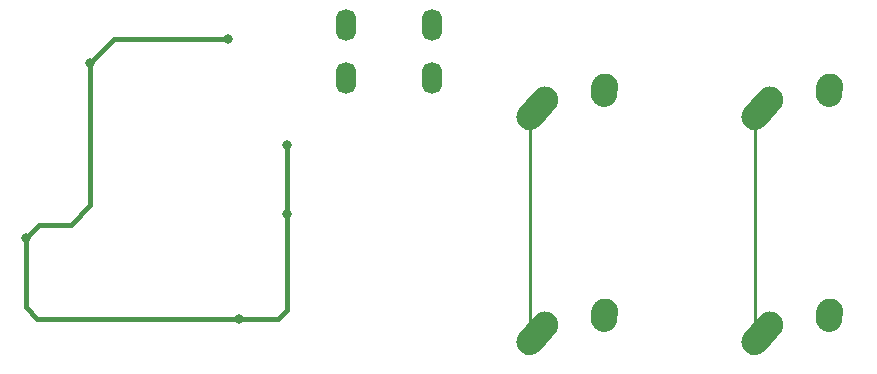
<source format=gtl>
G04 #@! TF.GenerationSoftware,KiCad,Pcbnew,(5.99.0-1822-g1792479ca)*
G04 #@! TF.CreationDate,2020-06-16T18:07:24+08:00*
G04 #@! TF.ProjectId,ai03-pad-duplicate,61693033-2d70-4616-942d-6475706c6963,v01*
G04 #@! TF.SameCoordinates,Original*
G04 #@! TF.FileFunction,Copper,L1,Top*
G04 #@! TF.FilePolarity,Positive*
%FSLAX46Y46*%
G04 Gerber Fmt 4.6, Leading zero omitted, Abs format (unit mm)*
G04 Created by KiCad (PCBNEW (5.99.0-1822-g1792479ca)) date 2020-06-16 18:07:24*
%MOMM*%
%LPD*%
G01*
G04 APERTURE LIST*
G04 #@! TA.AperFunction,ComponentPad*
%ADD10O,1.700000X2.700000*%
G04 #@! TD*
G04 #@! TA.AperFunction,ComponentPad*
%ADD11C,2.250000*%
G04 #@! TD*
G04 #@! TA.AperFunction,ViaPad*
%ADD12C,0.800000*%
G04 #@! TD*
G04 #@! TA.AperFunction,Conductor*
%ADD13C,0.381000*%
G04 #@! TD*
G04 #@! TA.AperFunction,Conductor*
%ADD14C,0.254000*%
G04 #@! TD*
G04 APERTURE END LIST*
D10*
G04 #@! TO.P,USB1,6,SHIELD*
G04 #@! TO.N,GND*
X94432000Y-136614000D03*
X101732000Y-136614000D03*
X101732000Y-141114000D03*
X94432000Y-141114000D03*
G04 #@! TD*
D11*
G04 #@! TO.P,MX4,1,COL*
G04 #@! TO.N,COL1*
X130342000Y-161989000D03*
G04 #@! TA.AperFunction,ComponentPad*
G36*
G01*
X128280683Y-164286345D02*
X128280683Y-164286345D01*
G75*
G02*
X128194655Y-162697683I751317J837345D01*
G01*
X129504657Y-161237683D01*
G75*
G02*
X131093319Y-161151655I837345J-751317D01*
G01*
X131093319Y-161151655D01*
G75*
G02*
X131179347Y-162740317I-751317J-837345D01*
G01*
X129869345Y-164200317D01*
G75*
G02*
X128280683Y-164286345I-837345J751317D01*
G01*
G37*
G04 #@! TD.AperFunction*
G04 #@! TO.P,MX4,2,ROW*
G04 #@! TO.N,Net-(D4-Pad2)*
X135382000Y-160909000D03*
G04 #@! TA.AperFunction,ComponentPad*
G36*
G01*
X135264597Y-162611334D02*
X135264597Y-162611334D01*
G75*
G02*
X134219666Y-161411597I77403J1122334D01*
G01*
X134259666Y-160831597D01*
G75*
G02*
X135459403Y-159786666I1122334J-77403D01*
G01*
X135459403Y-159786666D01*
G75*
G02*
X136504334Y-160986403I-77403J-1122334D01*
G01*
X136464334Y-161566403D01*
G75*
G02*
X135264597Y-162611334I-1122334J77403D01*
G01*
G37*
G04 #@! TD.AperFunction*
G04 #@! TD*
G04 #@! TO.P,MX3,1,COL*
G04 #@! TO.N,COL1*
X130342000Y-142939000D03*
G04 #@! TA.AperFunction,ComponentPad*
G36*
G01*
X128280683Y-145236345D02*
X128280683Y-145236345D01*
G75*
G02*
X128194655Y-143647683I751317J837345D01*
G01*
X129504657Y-142187683D01*
G75*
G02*
X131093319Y-142101655I837345J-751317D01*
G01*
X131093319Y-142101655D01*
G75*
G02*
X131179347Y-143690317I-751317J-837345D01*
G01*
X129869345Y-145150317D01*
G75*
G02*
X128280683Y-145236345I-837345J751317D01*
G01*
G37*
G04 #@! TD.AperFunction*
G04 #@! TO.P,MX3,2,ROW*
G04 #@! TO.N,Net-(D3-Pad2)*
X135382000Y-141859000D03*
G04 #@! TA.AperFunction,ComponentPad*
G36*
G01*
X135264597Y-143561334D02*
X135264597Y-143561334D01*
G75*
G02*
X134219666Y-142361597I77403J1122334D01*
G01*
X134259666Y-141781597D01*
G75*
G02*
X135459403Y-140736666I1122334J-77403D01*
G01*
X135459403Y-140736666D01*
G75*
G02*
X136504334Y-141936403I-77403J-1122334D01*
G01*
X136464334Y-142516403D01*
G75*
G02*
X135264597Y-143561334I-1122334J77403D01*
G01*
G37*
G04 #@! TD.AperFunction*
G04 #@! TD*
G04 #@! TO.P,MX2,1,COL*
G04 #@! TO.N,COL0*
X111292000Y-161989000D03*
G04 #@! TA.AperFunction,ComponentPad*
G36*
G01*
X109230683Y-164286345D02*
X109230683Y-164286345D01*
G75*
G02*
X109144655Y-162697683I751317J837345D01*
G01*
X110454657Y-161237683D01*
G75*
G02*
X112043319Y-161151655I837345J-751317D01*
G01*
X112043319Y-161151655D01*
G75*
G02*
X112129347Y-162740317I-751317J-837345D01*
G01*
X110819345Y-164200317D01*
G75*
G02*
X109230683Y-164286345I-837345J751317D01*
G01*
G37*
G04 #@! TD.AperFunction*
G04 #@! TO.P,MX2,2,ROW*
G04 #@! TO.N,Net-(D2-Pad2)*
X116332000Y-160909000D03*
G04 #@! TA.AperFunction,ComponentPad*
G36*
G01*
X116214597Y-162611334D02*
X116214597Y-162611334D01*
G75*
G02*
X115169666Y-161411597I77403J1122334D01*
G01*
X115209666Y-160831597D01*
G75*
G02*
X116409403Y-159786666I1122334J-77403D01*
G01*
X116409403Y-159786666D01*
G75*
G02*
X117454334Y-160986403I-77403J-1122334D01*
G01*
X117414334Y-161566403D01*
G75*
G02*
X116214597Y-162611334I-1122334J77403D01*
G01*
G37*
G04 #@! TD.AperFunction*
G04 #@! TD*
G04 #@! TO.P,MX1,1,COL*
G04 #@! TO.N,COL0*
X111292000Y-142939000D03*
G04 #@! TA.AperFunction,ComponentPad*
G36*
G01*
X109230683Y-145236345D02*
X109230683Y-145236345D01*
G75*
G02*
X109144655Y-143647683I751317J837345D01*
G01*
X110454657Y-142187683D01*
G75*
G02*
X112043319Y-142101655I837345J-751317D01*
G01*
X112043319Y-142101655D01*
G75*
G02*
X112129347Y-143690317I-751317J-837345D01*
G01*
X110819345Y-145150317D01*
G75*
G02*
X109230683Y-145236345I-837345J751317D01*
G01*
G37*
G04 #@! TD.AperFunction*
G04 #@! TO.P,MX1,2,ROW*
G04 #@! TO.N,Net-(D1-Pad2)*
X116332000Y-141859000D03*
G04 #@! TA.AperFunction,ComponentPad*
G36*
G01*
X116214597Y-143561334D02*
X116214597Y-143561334D01*
G75*
G02*
X115169666Y-142361597I77403J1122334D01*
G01*
X115209666Y-141781597D01*
G75*
G02*
X116409403Y-140736666I1122334J-77403D01*
G01*
X116409403Y-140736666D01*
G75*
G02*
X117454334Y-141936403I-77403J-1122334D01*
G01*
X117414334Y-142516403D01*
G75*
G02*
X116214597Y-143561334I-1122334J77403D01*
G01*
G37*
G04 #@! TD.AperFunction*
G04 #@! TD*
D12*
G04 #@! TO.N,+5V*
X89408000Y-146812000D03*
X89408000Y-152654000D03*
X85375132Y-161532868D03*
X67310000Y-154686000D03*
X72771000Y-139827000D03*
X84455000Y-137795000D03*
G04 #@! TD*
D13*
G04 #@! TO.N,+5V*
X89408000Y-152654000D02*
X89408000Y-146812000D01*
X88403132Y-161532868D02*
X88657132Y-161532868D01*
X88657132Y-161532868D02*
X89408000Y-160782000D01*
X89408000Y-160782000D02*
X89408000Y-152654000D01*
X85375132Y-161532868D02*
X88403132Y-161532868D01*
X67310000Y-154686000D02*
X67310000Y-160274000D01*
X67310000Y-160274000D02*
X67310000Y-160528000D01*
X67310000Y-160528000D02*
X68314868Y-161532868D01*
X68314868Y-161532868D02*
X85375132Y-161532868D01*
X72771000Y-139827000D02*
X72771000Y-151892000D01*
X72771000Y-151892000D02*
X71120000Y-153543000D01*
X68453000Y-153543000D02*
X67310000Y-154686000D01*
X71120000Y-153543000D02*
X68453000Y-153543000D01*
X74803000Y-137795000D02*
X72771000Y-139827000D01*
X84455000Y-137795000D02*
X74803000Y-137795000D01*
D14*
G04 #@! TO.N,COL0*
X109982000Y-144399000D02*
X109982000Y-163449000D01*
G04 #@! TO.N,COL1*
X129032000Y-144399000D02*
X129032000Y-163449000D01*
G04 #@! TD*
M02*

</source>
